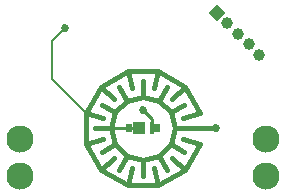
<source format=gtl>
G04 Layer_Physical_Order=1*
G04 Layer_Color=255*
%FSLAX25Y25*%
%MOIN*%
G70*
G01*
G75*
%ADD10R,0.01575X0.07874*%
%ADD11R,0.01575X0.01575*%
%ADD12R,0.02362X0.03150*%
%ADD13R,0.04016X0.04488*%
%ADD14R,0.02480X0.03150*%
%ADD15R,0.01181X0.04488*%
%ADD16C,0.01575*%
%ADD17C,0.00600*%
%ADD18C,0.01000*%
%ADD19C,0.09055*%
%ADD20C,0.03961*%
G04:AMPARAMS|DCode=21|XSize=39.59mil|YSize=39.61mil|CornerRadius=0mil|HoleSize=0mil|Usage=FLASHONLY|Rotation=315.000|XOffset=0mil|YOffset=0mil|HoleType=Round|Shape=Rectangle|*
%AMROTATEDRECTD21*
4,1,4,-0.02800,-0.00001,0.00001,0.02800,0.02800,0.00001,-0.00001,-0.02800,-0.02800,-0.00001,0.0*
%
%ADD21ROTATEDRECTD21*%

%ADD22C,0.02700*%
D10*
X-19098Y-157D02*
D03*
D11*
X19602Y-117D02*
D03*
D12*
X4748Y0D02*
D03*
D13*
X-1394D02*
D03*
D14*
X-4642D02*
D03*
D15*
X2976D02*
D03*
D16*
X9123Y-5432D02*
X10547Y-117D01*
X13837Y-14037D02*
X18932Y-5212D01*
X13227Y-3684D02*
X18932Y-5212D01*
X5232Y-9323D02*
X9123Y-5432D01*
X13726Y-8090D01*
X5012Y-19132D02*
X13837Y-14037D01*
X9661Y-9861D02*
X13837Y-14037D01*
X-83Y-10747D02*
X5232Y-9323D01*
X7890Y-13926D01*
X-5178Y-19132D02*
X5012D01*
X3484Y-13427D02*
X5012Y-19132D01*
X-5398Y-9323D02*
X-83Y-10747D01*
Y-16062D02*
Y-10747D01*
X-14002Y-14037D02*
X-5178Y-19132D01*
X-3649Y-13427D01*
X-9288Y-5432D02*
X-5398Y-9323D01*
X-8055Y-13926D02*
X-5398Y-9323D01*
X-19097Y-5212D02*
X-14002Y-14037D01*
X-9826Y-9861D01*
X-10713Y-117D02*
X-9288Y-5432D01*
X-13891Y-8090D02*
X-9288Y-5432D01*
X-19097Y-5212D02*
Y4978D01*
Y-5212D02*
X-13393Y-3684D01*
X-10713Y-117D02*
X-9288Y5198D01*
X-16028Y-117D02*
X-10713D01*
X-19097Y4978D02*
X-14002Y13802D01*
X-19097Y4978D02*
X-13393Y3449D01*
X-9288Y5198D02*
X-5398Y9088D01*
X-13891Y7855D02*
X-9288Y5198D01*
X-14002Y13802D02*
X-5178Y18897D01*
X-14002Y13802D02*
X-9826Y9626D01*
X-5398Y9088D02*
X-83Y10513D01*
X-8055Y13691D02*
X-5398Y9088D01*
X-5178Y18897D02*
X5012D01*
X-5178D02*
X-3649Y13193D01*
X-83Y10513D02*
X5232Y9088D01*
X-83Y10513D02*
Y15828D01*
X5012Y18897D02*
X13837Y13802D01*
X3484Y13193D02*
X5012Y18897D01*
X5232Y9088D02*
X9123Y5198D01*
X5232Y9088D02*
X7890Y13691D01*
X13837Y13802D02*
X18932Y4978D01*
X9661Y9626D02*
X13837Y13802D01*
X9123Y5198D02*
X10547Y-117D01*
X9123Y5198D02*
X13726Y7855D01*
X13227Y3449D02*
X18932Y4978D01*
X10547Y-117D02*
X19406D01*
X19602D02*
X24383D01*
D17*
X-30500Y29000D02*
X-26000Y33500D01*
X-30500Y16381D02*
Y29000D01*
Y16381D02*
X-19097Y4978D01*
D18*
X-10713Y-117D02*
X-10596Y0D01*
X-4642D01*
X-1394D01*
X2976D02*
Y3024D01*
X0Y6000D02*
X2976Y3024D01*
D19*
X40945Y-15905D02*
D03*
Y-3701D02*
D03*
X-40945Y-15905D02*
D03*
Y-3701D02*
D03*
D20*
X35107Y27893D02*
D03*
X31571Y31429D02*
D03*
X38642Y24358D02*
D03*
X28036Y34964D02*
D03*
D21*
X24500Y38500D02*
D03*
D22*
X0Y6000D02*
D03*
X24383Y-117D02*
D03*
X-26000Y33500D02*
D03*
M02*

</source>
